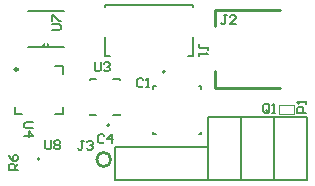
<source format=gto>
G04*
G04 #@! TF.GenerationSoftware,Altium Limited,Altium Designer,20.2.4 (192)*
G04*
G04 Layer_Color=65535*
%FSLAX25Y25*%
%MOIN*%
G70*
G04*
G04 #@! TF.SameCoordinates,E28A416E-137A-4DA4-96E8-27F400694B22*
G04*
G04*
G04 #@! TF.FilePolarity,Positive*
G04*
G01*
G75*
%ADD10C,0.00787*%
%ADD11C,0.00000*%
%ADD12C,0.01000*%
%ADD13C,0.00600*%
%ADD14C,0.00500*%
%ADD15C,0.00315*%
%ADD16C,0.00800*%
D10*
X327489Y18657D02*
G03*
X327489Y18657I-394J0D01*
G01*
X345965Y36457D02*
G03*
X345965Y36457I-394J0D01*
G01*
X304252Y7474D02*
G03*
X304252Y7474I-394J0D01*
G01*
X360236Y21358D02*
X371260D01*
X360236Y335D02*
X371260D01*
Y21358D01*
X360236Y335D02*
Y21358D01*
X329173Y295D02*
Y11319D01*
X360185Y295D02*
Y11319D01*
X329173D02*
X360185D01*
X329173Y295D02*
X360185D01*
X382283Y335D02*
Y21358D01*
X371260Y335D02*
Y21358D01*
X382283D01*
X371260Y335D02*
X382283D01*
X393307D02*
Y21358D01*
X382283Y335D02*
Y21358D01*
X393307D01*
X382283Y335D02*
X393307D01*
D11*
X384315Y25480D02*
G03*
X384315Y25480I-197J0D01*
G01*
D12*
X296942Y37332D02*
G03*
X296942Y37332I-500J0D01*
G01*
X327933Y7264D02*
G03*
X327933Y7264I-2362J0D01*
G01*
X362779Y57193D02*
X384279D01*
X362779Y51693D02*
Y57193D01*
Y31193D02*
Y36693D01*
Y31193D02*
X384279D01*
D13*
X307480Y44606D02*
G03*
X306779Y45706I-1247J-22D01*
G01*
X305780D02*
G03*
X305080Y44606I547J-1121D01*
G01*
X357319Y31625D02*
X358119D01*
Y15625D02*
Y16425D01*
X342119Y15625D02*
X342919D01*
X342119Y30825D02*
Y31625D01*
X342919D01*
X358119Y30825D02*
Y31625D01*
X342119Y15625D02*
Y16425D01*
X357319Y15625D02*
X358119D01*
X307480Y44605D02*
X312380D01*
X305080D02*
X307480D01*
X300180D02*
X305080D01*
X300180Y56805D02*
X312380D01*
D14*
X320993Y34011D02*
X323158D01*
X320993Y22200D02*
X323158D01*
X328670Y34011D02*
X330835D01*
X328670Y22200D02*
X330835D01*
X320993Y33814D02*
Y34011D01*
Y22200D02*
Y22397D01*
X330835Y33814D02*
Y34011D01*
Y22200D02*
Y22397D01*
X309442Y38331D02*
X311943D01*
Y35831D02*
Y38331D01*
Y22332D02*
Y24832D01*
X309442Y22332D02*
X311943D01*
X295942D02*
Y24832D01*
Y22332D02*
X298443D01*
X325886Y58760D02*
X355413D01*
X325886Y58169D02*
Y58760D01*
X355413Y58169D02*
Y58760D01*
Y41634D02*
Y47933D01*
X325886Y41634D02*
Y47933D01*
Y41634D02*
X327658D01*
X353642D02*
X355413D01*
D15*
X388843Y22331D02*
Y25382D01*
X384118Y22331D02*
X388843D01*
X384118D02*
Y25382D01*
X388843D01*
D16*
X322580Y39605D02*
Y37106D01*
X323080Y36606D01*
X324080D01*
X324580Y37106D01*
Y39605D01*
X325579Y39105D02*
X326079Y39605D01*
X327079D01*
X327579Y39105D01*
Y38605D01*
X327079Y38105D01*
X326579D01*
X327079D01*
X327579Y37606D01*
Y37106D01*
X327079Y36606D01*
X326079D01*
X325579Y37106D01*
X296900Y3801D02*
X293900D01*
Y5300D01*
X294400Y5800D01*
X295400D01*
X295900Y5300D01*
Y3801D01*
Y4800D02*
X296900Y5800D01*
X293900Y8799D02*
X294400Y7800D01*
X295400Y6800D01*
X296400D01*
X296900Y7300D01*
Y8299D01*
X296400Y8799D01*
X295900D01*
X295400Y8299D01*
Y6800D01*
X306001Y13600D02*
Y11100D01*
X306501Y10600D01*
X307500D01*
X308000Y11100D01*
Y13600D01*
X309000Y13100D02*
X309500Y13600D01*
X310499D01*
X310999Y13100D01*
Y12600D01*
X310499Y12100D01*
X310999Y11600D01*
Y11100D01*
X310499Y10600D01*
X309500D01*
X309000Y11100D01*
Y11600D01*
X309500Y12100D01*
X309000Y12600D01*
Y13100D01*
X309500Y12100D02*
X310499D01*
X308180Y50406D02*
X310679D01*
X311179Y50906D01*
Y51906D01*
X310679Y52406D01*
X308180D01*
Y53405D02*
Y55405D01*
X308680D01*
X310679Y53405D01*
X311179D01*
X301999Y19599D02*
X299500D01*
X299001Y19099D01*
Y18100D01*
X299500Y17600D01*
X301999D01*
X299001Y15101D02*
X301999D01*
X300500Y16600D01*
Y14601D01*
X380800Y23300D02*
Y25300D01*
X380300Y25800D01*
X379300D01*
X378801Y25300D01*
Y23300D01*
X379300Y22801D01*
X380300D01*
X379800Y23800D02*
X380800Y22801D01*
X380300D02*
X380800Y23300D01*
X381800Y22801D02*
X382799D01*
X382299D01*
Y25800D01*
X381800Y25300D01*
X393000Y22801D02*
X390001D01*
Y24300D01*
X390500Y24800D01*
X391500D01*
X392000Y24300D01*
Y22801D01*
X393000Y25800D02*
Y26799D01*
Y26300D01*
X390001D01*
X390500Y25800D01*
X318980Y13505D02*
X317980D01*
X318480D01*
Y11006D01*
X317980Y10506D01*
X317480D01*
X316980Y11006D01*
X319979Y13005D02*
X320479Y13505D01*
X321479D01*
X321979Y13005D01*
Y12505D01*
X321479Y12005D01*
X320979D01*
X321479D01*
X321979Y11506D01*
Y11006D01*
X321479Y10506D01*
X320479D01*
X319979Y11006D01*
X366580Y55305D02*
X365580D01*
X366080D01*
Y52806D01*
X365580Y52306D01*
X365080D01*
X364580Y52806D01*
X369579Y52306D02*
X367579D01*
X369579Y54305D01*
Y54805D01*
X369079Y55305D01*
X368079D01*
X367579Y54805D01*
X360179Y43905D02*
Y44905D01*
Y44405D01*
X357680D01*
X357180Y44905D01*
Y45405D01*
X357680Y45905D01*
X357180Y42906D02*
Y41906D01*
Y42406D01*
X360179D01*
X359679Y42906D01*
X325800Y15200D02*
X325300Y15699D01*
X324301D01*
X323801Y15200D01*
Y13200D01*
X324301Y12700D01*
X325300D01*
X325800Y13200D01*
X328299Y12700D02*
Y15699D01*
X326800Y14200D01*
X328799D01*
X338779Y33874D02*
X338280Y34374D01*
X337280D01*
X336780Y33874D01*
Y31874D01*
X337280Y31374D01*
X338280D01*
X338779Y31874D01*
X339779Y31374D02*
X340779D01*
X340279D01*
Y34374D01*
X339779Y33874D01*
M02*

</source>
